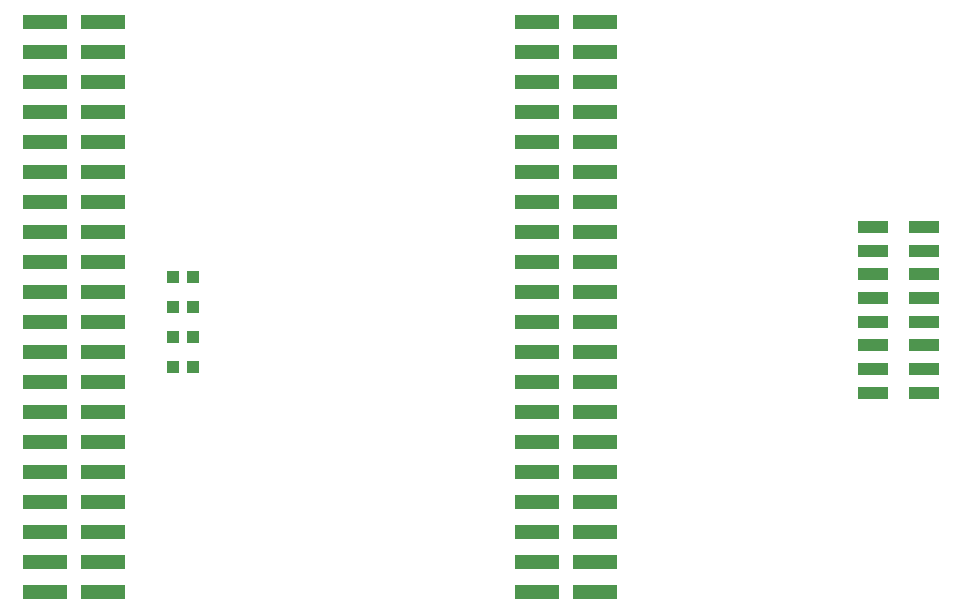
<source format=gtp>
G75*
%MOIN*%
%OFA0B0*%
%FSLAX25Y25*%
%IPPOS*%
%LPD*%
%AMOC8*
5,1,8,0,0,1.08239X$1,22.5*
%
%ADD10R,0.14500X0.05000*%
%ADD11R,0.10433X0.03937*%
%ADD12R,0.03937X0.04331*%
D10*
X0067345Y0114933D03*
X0067345Y0124933D03*
X0086845Y0124933D03*
X0086845Y0114933D03*
X0086845Y0134933D03*
X0086845Y0144933D03*
X0067345Y0144933D03*
X0067345Y0134933D03*
X0067345Y0154933D03*
X0067345Y0164933D03*
X0086845Y0164933D03*
X0086845Y0154933D03*
X0086845Y0174933D03*
X0086845Y0184933D03*
X0067345Y0184933D03*
X0067345Y0174933D03*
X0067345Y0194933D03*
X0067345Y0204933D03*
X0086845Y0204933D03*
X0086845Y0194933D03*
X0086845Y0214933D03*
X0086845Y0224933D03*
X0067345Y0224933D03*
X0067345Y0214933D03*
X0067345Y0234933D03*
X0067345Y0244933D03*
X0086845Y0244933D03*
X0086845Y0234933D03*
X0086845Y0254933D03*
X0067345Y0254933D03*
X0067345Y0264933D03*
X0067345Y0274933D03*
X0086845Y0274933D03*
X0086845Y0264933D03*
X0086845Y0284933D03*
X0086845Y0294933D03*
X0067345Y0294933D03*
X0067345Y0284933D03*
X0067345Y0304933D03*
X0086845Y0304933D03*
X0231345Y0304933D03*
X0250845Y0304933D03*
X0250845Y0294933D03*
X0250845Y0284933D03*
X0231345Y0284933D03*
X0231345Y0294933D03*
X0231345Y0274933D03*
X0231345Y0264933D03*
X0250845Y0264933D03*
X0250845Y0274933D03*
X0250845Y0254933D03*
X0231345Y0254933D03*
X0231345Y0244933D03*
X0231345Y0234933D03*
X0250845Y0234933D03*
X0250845Y0244933D03*
X0250845Y0224933D03*
X0250845Y0214933D03*
X0231345Y0214933D03*
X0231345Y0224933D03*
X0231345Y0204933D03*
X0231345Y0194933D03*
X0250845Y0194933D03*
X0250845Y0204933D03*
X0250845Y0184933D03*
X0250845Y0174933D03*
X0231345Y0174933D03*
X0231345Y0184933D03*
X0231345Y0164933D03*
X0231345Y0154933D03*
X0250845Y0154933D03*
X0250845Y0164933D03*
X0250845Y0144933D03*
X0250845Y0134933D03*
X0231345Y0134933D03*
X0231345Y0144933D03*
X0231345Y0124933D03*
X0231345Y0114933D03*
X0250845Y0114933D03*
X0250845Y0124933D03*
D11*
X0343335Y0181374D03*
X0343335Y0189248D03*
X0343335Y0197122D03*
X0343335Y0204996D03*
X0343335Y0212870D03*
X0343335Y0220744D03*
X0343335Y0228618D03*
X0343335Y0236492D03*
X0360461Y0236492D03*
X0360461Y0228618D03*
X0360461Y0220744D03*
X0360461Y0212870D03*
X0360461Y0204996D03*
X0360461Y0197122D03*
X0360461Y0189248D03*
X0360461Y0181374D03*
D12*
X0116942Y0189933D03*
X0110249Y0189933D03*
X0110249Y0199933D03*
X0116942Y0199933D03*
X0116942Y0209933D03*
X0110249Y0209933D03*
X0110249Y0219933D03*
X0116942Y0219933D03*
M02*

</source>
